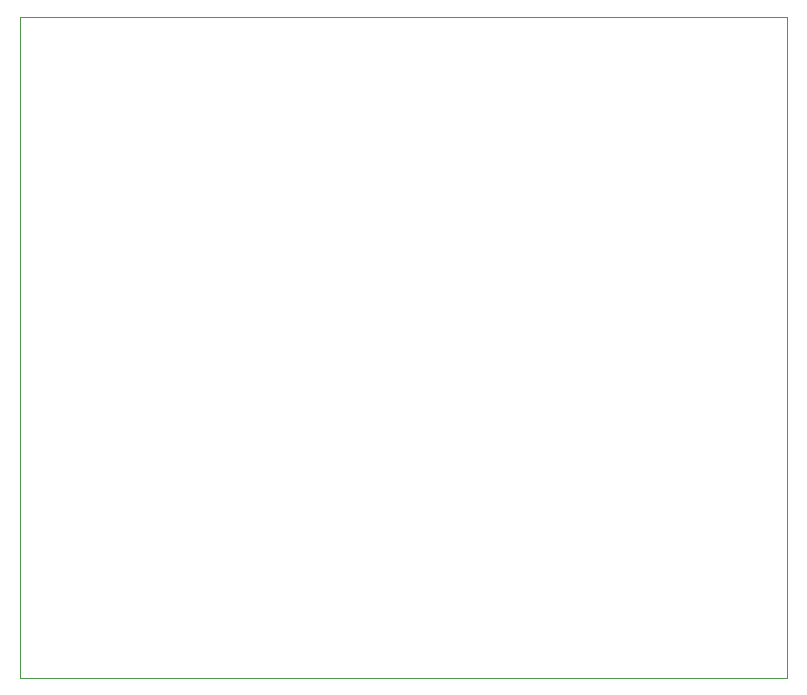
<source format=gbr>
G04 #@! TF.GenerationSoftware,KiCad,Pcbnew,5.1.5-52549c5~86~ubuntu18.04.1*
G04 #@! TF.CreationDate,2020-08-28T16:47:41-05:00*
G04 #@! TF.ProjectId,A04,4130342e-6b69-4636-9164-5f7063625858,rev?*
G04 #@! TF.SameCoordinates,Original*
G04 #@! TF.FileFunction,Profile,NP*
%FSLAX46Y46*%
G04 Gerber Fmt 4.6, Leading zero omitted, Abs format (unit mm)*
G04 Created by KiCad (PCBNEW 5.1.5-52549c5~86~ubuntu18.04.1) date 2020-08-28 16:47:41*
%MOMM*%
%LPD*%
G04 APERTURE LIST*
%ADD10C,0.050000*%
G04 APERTURE END LIST*
D10*
X21790000Y-77210000D02*
X86790000Y-77210000D01*
X86790000Y-21210000D02*
X86790000Y-77210000D01*
X21790000Y-21210000D02*
X86790000Y-21210000D01*
X21790000Y-21210000D02*
X21790000Y-77210000D01*
M02*

</source>
